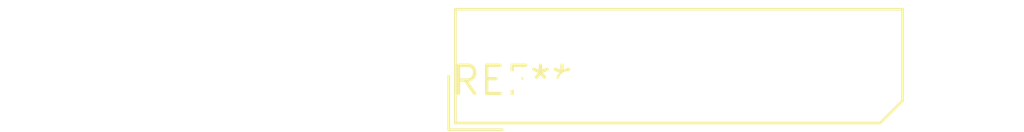
<source format=kicad_pcb>
(kicad_pcb (version 20240108) (generator pcbnew)
  (layers (0 "F.Cu" signal) (31 "B.Cu" signal) (34 "B.Paste" user) (35 "F.Paste" user) (36 "B.SilkS" user "B.Silkscreen") (37 "F.SilkS" user "F.Silkscreen") (38 "B.Mask" user) (39 "F.Mask" user) (44 "Edge.Cuts" user))
  (net 0 "")
  (footprint "Molex_SPOX_5267-07A_1x07_P2.50mm_Vertical" (layer "F.Cu") (at 0 0)
    (property "Reference" "REF**")
    (property "Value" "Molex_SPOX_5267-07A_1x07_P2.50mm_Vertical")
    (fp_line (start -2.86 -0.2) (end -2.86 2.21) (layer "F.SilkS") (stroke (width 0.12)))
    (fp_line (start -2.86 2.21) (end -0.45 2.21) (layer "F.SilkS") (stroke (width 0.12)))
    (fp_line (start -2.56 -3.21) (end -2.56 1.91) (layer "F.SilkS") (stroke (width 0.12)))
    (fp_line (start -2.56 1.91) (end 16.56 1.91) (layer "F.SilkS") (stroke (width 0.12)))
    (fp_line (start 16.56 1.91) (end 17.56 0.91) (layer "F.SilkS") (stroke (width 0.12)))
    (fp_line (start 17.56 -3.21) (end -2.56 -3.21) (layer "F.SilkS") (stroke (width 0.12)))
    (fp_line (start 17.56 0.91) (end 17.56 -3.21) (layer "F.SilkS") (stroke (width 0.12)))
    (pad "1" thru_hole roundrect (at 0 0) (size 1.7 1.85) (drill 0.85) (layers *.Cu *.Mask) (remove_unused_layers) (roundrect_rratio 0.147059))
    (pad "2" thru_hole oval (at 2.5 0) (size 1.7 1.85) (drill 0.85) (layers *.Cu *.Mask) (remove_unused_layers))
    (pad "3" thru_hole oval (at 5 0) (size 1.7 1.85) (drill 0.85) (layers *.Cu *.Mask) (remove_unused_layers))
    (pad "4" thru_hole oval (at 7.5 0) (size 1.7 1.85) (drill 0.85) (layers *.Cu *.Mask) (remove_unused_layers))
    (pad "5" thru_hole oval (at 10 0) (size 1.7 1.85) (drill 0.85) (layers *.Cu *.Mask) (remove_unused_layers))
    (pad "6" thru_hole oval (at 12.5 0) (size 1.7 1.85) (drill 0.85) (layers *.Cu *.Mask) (remove_unused_layers))
    (pad "7" thru_hole oval (at 15 0) (size 1.7 1.85) (drill 0.85) (layers *.Cu *.Mask) (remove_unused_layers))
  )
)
</source>
